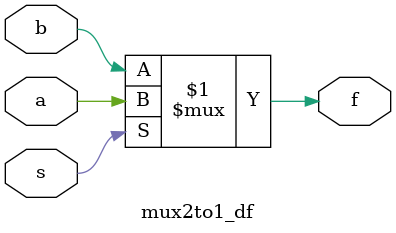
<source format=v>
module mux2to1_gl (a,b,s,f);
    input a,b,s;
    output f;
    wire c, d, nots;

    not n1(nots, s);
    and a1(c,a,s);
    and a2(d,b,nots);

    or o1(f,c,d);

endmodule

module mux2to1_bh (a, b, s ,f);
    input a, b, s;
    output f;
    reg f;
    always@(s or a or b)
            if(s == 1)
                f = a;
            else
                f = b;
endmodule

module mux2to1_df (a, b, s, f);
    input a, b, s;
    output f;
    assign f = s ? a : b;
endmodule
</source>
